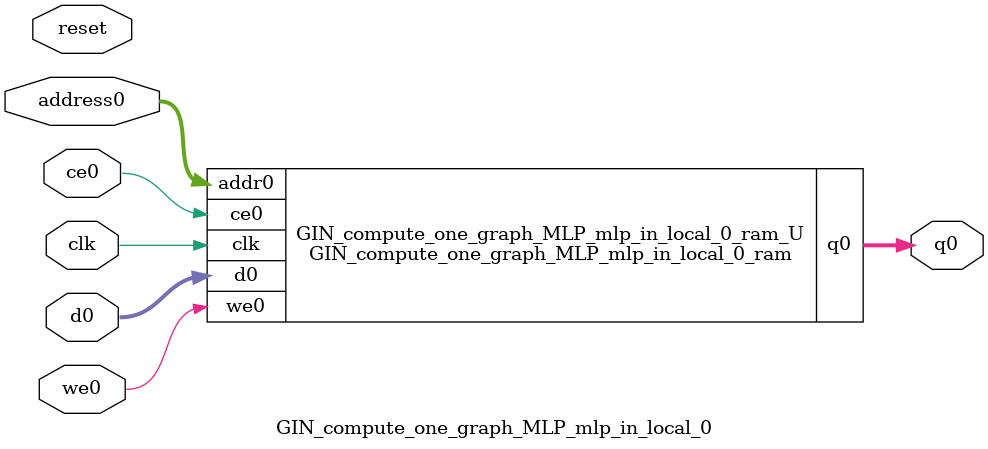
<source format=v>
`timescale 1 ns / 1 ps
module GIN_compute_one_graph_MLP_mlp_in_local_0_ram (addr0, ce0, d0, we0, q0,  clk);

parameter DWIDTH = 32;
parameter AWIDTH = 10;
parameter MEM_SIZE = 600;

input[AWIDTH-1:0] addr0;
input ce0;
input[DWIDTH-1:0] d0;
input we0;
output reg[DWIDTH-1:0] q0;
input clk;

reg [DWIDTH-1:0] ram[0:MEM_SIZE-1];




always @(posedge clk)  
begin 
    if (ce0) begin
        if (we0) 
            ram[addr0] <= d0; 
        q0 <= ram[addr0];
    end
end


endmodule

`timescale 1 ns / 1 ps
module GIN_compute_one_graph_MLP_mlp_in_local_0(
    reset,
    clk,
    address0,
    ce0,
    we0,
    d0,
    q0);

parameter DataWidth = 32'd32;
parameter AddressRange = 32'd600;
parameter AddressWidth = 32'd10;
input reset;
input clk;
input[AddressWidth - 1:0] address0;
input ce0;
input we0;
input[DataWidth - 1:0] d0;
output[DataWidth - 1:0] q0;



GIN_compute_one_graph_MLP_mlp_in_local_0_ram GIN_compute_one_graph_MLP_mlp_in_local_0_ram_U(
    .clk( clk ),
    .addr0( address0 ),
    .ce0( ce0 ),
    .we0( we0 ),
    .d0( d0 ),
    .q0( q0 ));

endmodule


</source>
